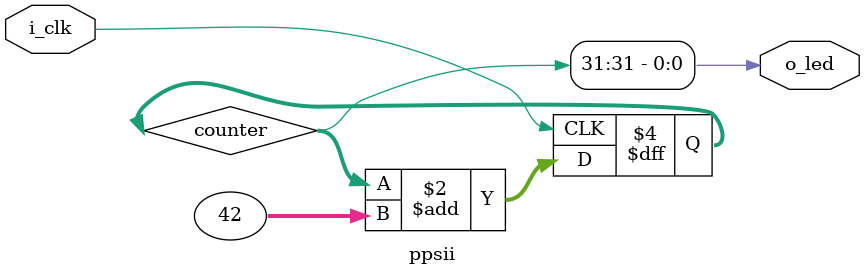
<source format=v>
`default_nettype none
module ppsii(i_clk, o_led);
`ifdef	VERILATOR
	parameter CLOCK_RATE_HZ = 300_000;
`else
	parameter CLOCK_RATE_HZ = 100_000_000;
`endif
	parameter [31:0] INCREMENT
		    = (1<<30)/(CLOCK_RATE_HZ/4);
	input	wire	i_clk;
	output	wire	o_led;

	reg	[31:0]	counter;

	initial	counter = 0;
	always @(posedge i_clk)
		counter <= counter + INCREMENT;

	assign	o_led = counter[31];
endmodule

</source>
